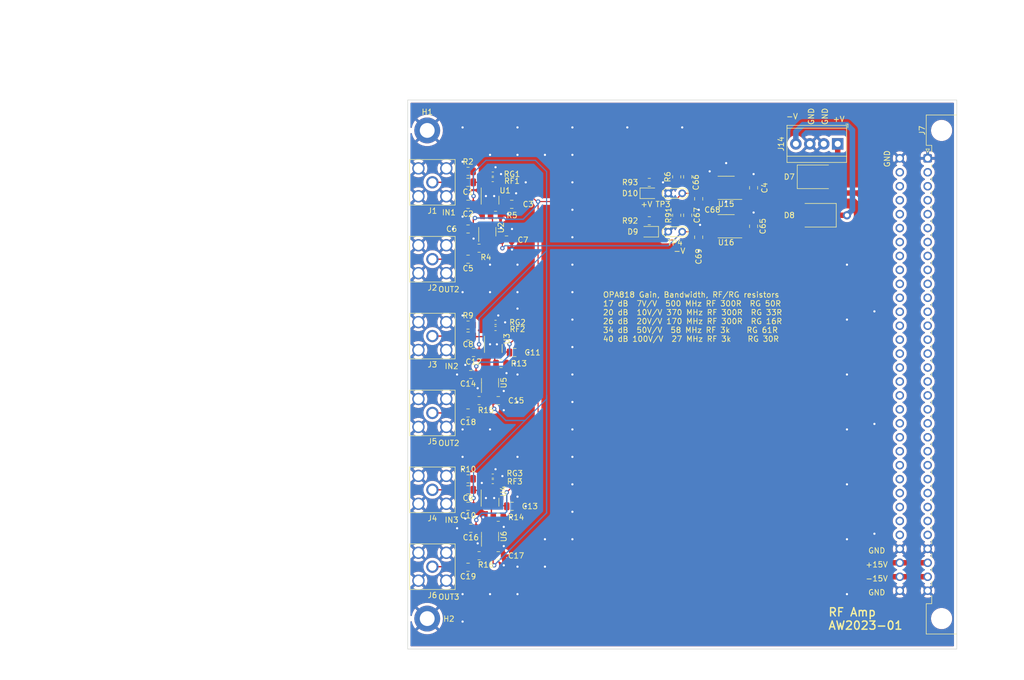
<source format=kicad_pcb>
(kicad_pcb (version 20241229) (generator "pcbnew") (generator_version "9.0")
  (title_block (title "Voltage Controlled Attenuator") (date "2022-11-27"))
  (layers (0 "F.Cu" signal) (2 "B.Cu" signal) (13 "F.Paste" user) (15 "B.Paste" user) (5 "F.SilkS" user "F.Silkscreen") (7 "B.SilkS" user "B.Silkscreen") (1 "F.Mask" user) (3 "B.Mask" user) (25 "Edge.Cuts" user))
  (net 0 "")
  (net 1 "Net-(C1-Pad2)")
  (net 2 "+2.5V")
  (net 3 "-2.5V")
  (net 4 "Net-(C5-Pad1)")
  (net 5 "Net-(R5-Pad1)")
  (net 6 "Net-(C66-Pad1)")
  (net 7 "Net-(C67-Pad2)")
  (net 8 "Net-(RG1-Pad2)")
  (net 9 "+15V")
  (net 10 "-15V")
  (net 11 "Net-(D9-Pad2)")
  (net 12 "Net-(D10-Pad1)")
  (net 13 "Net-(C1-Pad1)")
  (net 14 "Net-(C5-Pad2)")
  (net 15 "Net-(RF1-Pad2)")
  (net 16 "Net-(R4-Pad1)")
  (net 17 "GND")
  (net 77 "Net-(C8-Pad1)")
  (net 78 "Net-(C8-Pad2)")
  (net 79 "Net-(C9-Pad1)")
  (net 80 "Net-(C9-Pad2)")
  (net 81 "Net-(C18-Pad1)")
  (net 82 "Net-(C18-Pad2)")
  (net 83 "Net-(C19-Pad1)")
  (net 84 "Net-(C19-Pad2)")
  (net 85 "Net-(RF2-Pad1)")
  (net 86 "Net-(RF2-Pad2)")
  (net 87 "Net-(RF3-Pad1)")
  (net 88 "Net-(RF3-Pad2)")
  (net 89 "Net-(R13-Pad1)")
  (net 90 "Net-(R14-Pad1)")
  (net 91 "Net-(R15-Pad1)")
  (net 92 "Net-(R16-Pad1)")
  (net 97 "Net-(D7-Pad2)")
  (net 98 "Net-(D8-Pad1)")
  (footprint "Package_SO:MSOP-12-1EP_3x4mm_P0.65mm_EP1.65x2.85mm" (layer "F.Cu") (at 158 73 180)
    (property "Reference" "U16")
    (property "Value" "LT3094xMSE")
  )
  (footprint "Capacitor_SMD:C_0805_2012Metric" (layer "F.Cu") (at 111 107 180)
    (property "Reference" "C18")
    (property "Value" "100n")
  )
  (footprint "Capacitor_SMD:C_0805_2012Metric" (layer "F.Cu") (at 119.5 96)
    (property "Reference" "C11")
    (property "Value" "100n")
  )
  (footprint "Resistor_SMD:R_0805_2012Metric" (layer "F.Cu") (at 111 91 180)
    (property "Reference" "R9")
    (property "Value" "49R9")
  )
  (footprint "Capacitor_SMD:C_0805_2012Metric" (layer "F.Cu") (at 112 96 180)
    (property "Reference" "C12")
    (property "Value" "100n")
  )
  (footprint "Resistor_SMD:R_0805_2012Metric" (layer "F.Cu") (at 116.5 126)
    (property "Reference" "R14")
    (property "Value" "49R9")
  )
  (footprint "Resistor_SMD:R_0805_2012Metric" (layer "F.Cu") (at 113 77 180)
    (property "Reference" "R4")
    (property "Value" "49R9")
  )
  (footprint "Connector_Coaxial:SMA_Amphenol_132203-12_Horizontal" (layer "F.Cu") (at 104.5 93 90)
    (property "Reference" "J3")
    (property "Value" "Conn_Coaxial")
  )
  (footprint "Capacitor_SMD:C_0805_2012Metric" (layer "F.Cu") (at 111.5 100 180)
    (property "Reference" "C14")
    (property "Value" "100n")
  )
  (footprint "Package_SON:WSON-8-1EP_3x3mm_P0.5mm_EP1.45x2.4mm" (layer "F.Cu") (at 115 122.5 -90)
    (property "Reference" "U4")
    (property "Value" "OPA818xDRG")
  )
  (footprint "Capacitor_SMD:C_0805_2012Metric" (layer "F.Cu") (at 111 79 180)
    (property "Reference" "C5")
    (property "Value" "100n")
  )
  (footprint "Capacitor_SMD:C_0805_2012Metric" (layer "F.Cu") (at 111 124 180)
    (property "Reference" "C10")
    (property "Value" "100n")
  )
  (footprint "Capacitor_SMD:C_0805_2012Metric" (layer "F.Cu") (at 118.95 69)
    (property "Reference" "C3")
    (property "Value" "100n")
  )
  (footprint "LED_SMD:LED_0805_2012Metric" (layer "F.Cu") (at 144 74 180)
    (property "Reference" "D9")
    (property "Value" "LED")
  )
  (footprint "Connector_Coaxial:SMA_Amphenol_132203-12_Horizontal" (layer "F.Cu") (at 104.5 107 90)
    (property "Reference" "J5")
    (property "Value" "Conn_Coaxial")
  )
  (footprint "Resistor_SMD:R_0402_1005Metric" (layer "F.Cu") (at 115.5 119.5)
    (property "Reference" "RF3")
    (property "Value" "300R")
  )
  (footprint "Resistor_SMD:R_0805_2012Metric" (layer "F.Cu") (at 117 98)
    (property "Reference" "R13")
    (property "Value" "49R9")
  )
  (footprint "Capacitor_SMD:C_0805_2012Metric" (layer "F.Cu") (at 111 65)
    (property "Reference" "C1")
    (property "Value" "100n")
  )
  (footprint "Capacitor_SMD:C_0805_2012Metric" (layer "F.Cu") (at 153 75 90)
    (property "Reference" "C69")
    (property "Value" "4u7")
  )
  (footprint "Capacitor_SMD:C_0805_2012Metric" (layer "F.Cu") (at 111 121)
    (property "Reference" "C9")
    (property "Value" "100n")
  )
  (footprint "Resistor_SMD:R_0402_1005Metric" (layer "F.Cu") (at 115.5 118.5 180)
    (property "Reference" "RG3")
    (property "Value" "33R")
  )
  (footprint "Capacitor_SMD:C_0805_2012Metric" (layer "F.Cu") (at 151 64 90)
    (property "Reference" "C66")
    (property "Value" "470n")
  )
  (footprint "Resistor_SMD:R_0402_1005Metric" (layer "F.Cu") (at 115.5 63.5 180)
    (property "Reference" "RG1")
    (property "Value" "33R")
  )
  (footprint "Diode_SMD:D_SMB" (layer "F.Cu") (at 174.5 64)
    (property "Reference" "D7")
    (property "Value" "D")
  )
  (footprint "Diode_SMD:D_SMB" (layer "F.Cu") (at 174.5 71 180)
    (property "Reference" "D8")
    (property "Value" "D")
  )
  (footprint "Resistor_SMD:R_0805_2012Metric" (layer "F.Cu") (at 116 71)
    (property "Reference" "R5")
    (property "Value" "49R9")
  )
  (footprint "Connector_DIN:DIN41612_C_2x32_Male_Horizontal_THT" (layer "F.Cu") (at 194.7 60.63 -90)
    (property "Reference" "J7")
    (property "Value" "DIN41612_02x32_AC")
  )
  (footprint "TerminalBlock_TE-Connectivity:TerminalBlock_TE_282834-4_1x04_P2.54mm_Horizontal" (layer "F.Cu") (at 178.315 58 180)
    (property "Reference" "J14")
    (property "Value" "Conn_01x04")
  )
  (footprint "Capacitor_SMD:C_0805_2012Metric" (layer "F.Cu") (at 111 73.5 180)
    (property "Reference" "C6")
    (property "Value" "100n")
  )
  (footprint "Connector_Coaxial:SMA_Amphenol_132203-12_Horizontal" (layer "F.Cu") (at 104.5 135 90)
    (property "Reference" "J6")
    (property "Value" "Conn_Coaxial")
  )
  (footprint "Connector_Coaxial:SMA_Amphenol_132203-12_Horizontal" (layer "F.Cu") (at 104.5 65 90)
    (property "Reference" "J1")
    (property "Value" "Conn_Coaxial")
  )
  (footprint "Capacitor_SMD:C_0805_2012Metric" (layer "F.Cu") (at 119 124)
    (property "Reference" "C13")
    (property "Value" "100n")
  )
  (footprint "Capacitor_SMD:C_0805_2012Metric" (layer "F.Cu") (at 111.5 128 180)
    (property "Reference" "C16")
    (property "Value" "100n")
  )
  (footprint "Resistor_SMD:R_0805_2012Metric" (layer "F.Cu") (at 113 133 180)
    (property "Reference" "R16")
    (property "Value" "49R9")
  )
  (footprint "Capacitor_SMD:C_0805_2012Metric" (layer "F.Cu") (at 163 66 90)
    (property "Reference" "C4")
    (property "Value" "4u7")
  )
  (footprint "TestPoint:TestPoint_2Pads_Pitch2.54mm_Drill0.8mm" (layer "F.Cu") (at 150 74 180)
    (property "Reference" "TP4")
    (property "Value" "TestPoint_2Pole")
  )
  (footprint "Capacitor_SMD:C_0805_2012Metric" (layer "F.Cu") (at 111 69 180)
    (property "Reference" "C2")
    (property "Value" "100n")
  )
  (footprint "Capacitor_SMD:C_0805_2012Metric" (layer "F.Cu") (at 151 71 -90)
    (property "Reference" "C67")
    (property "Value" "470n")
  )
  (footprint "Package_TO_SOT_SMD:SOT-23-5" (layer "F.Cu") (at 115 129.5 90)
    (property "Reference" "U6")
    (property "Value" "BUF602xDBV")
  )
  (footprint "Connector_Coaxial:SMA_Amphenol_132203-12_Horizontal" (layer "F.Cu") (at 104.5 121 90)
    (property "Reference" "J4")
    (property "Value" "Conn_Coaxial")
  )
  (footprint "Resistor_SMD:R_0402_1005Metric" (layer "F.Cu") (at 115.49 64.5)
    (property "Reference" "RF1")
    (property "Value" "300R")
  )
  (footprint "Package_TO_SOT_SMD:SOT-23-5" (layer "F.Cu") (at 115 101.5 90)
    (property "Reference" "U5")
    (property "Value" "BUF602xDBV")
  )
  (footprint "LED_SMD:LED_0805_2012Metric" (layer "F.Cu") (at 144 67)
    (property "Reference" "D10")
    (property "Value" "LED")
  )
  (footprint "Resistor_SMD:R_0805_2012Metric" (layer "F.Cu") (at 144 72 180)
    (property "Reference" "R92")
    (property "Value" "300R")
  )
  (footprint "Resistor_SMD:R_0805_2012Metric" (layer "F.Cu") (at 111 63 180)
    (property "Reference" "R2")
    (property "Value" "49R9")
  )
  (footprint "Resistor_SMD:R_0805_2012Metric" (layer "F.Cu") (at 144 65)
    (property "Reference" "R93")
    (property "Value" "300R")
  )
  (footprint "Connector_Coaxial:SMA_Amphenol_132203-12_Horizontal" (layer "F.Cu") (at 104.5 79 90)
    (property "Reference" "J2")
    (property "Value" "Conn_Coaxial")
  )
  (footprint "Capacitor_SMD:C_0805_2012Metric" (layer "F.Cu") (at 163 73 -90)
    (property "Reference" "C65")
    (property "Value" "4u7")
  )
  (footprint "Capacitor_SMD:C_0805_2012Metric" (layer "F.Cu") (at 111 93)
    (property "Reference" "C8")
    (property "Value" "100n")
  )
  (footprint "MountingHole:MountingHole_2.7mm_M2.5_DIN965_Pad" (layer "F.Cu") (at 103.56 55.55)
    (property "Reference" "H1")
    (property "Value" "MountingHole_Pad")
  )
  (footprint "Resistor_SMD:R_0805_2012Metric" (layer "F.Cu") (at 149 71 -90)
    (property "Reference" "R91")
    (property "Value" "55k")
  )
  (footprint "Resistor_SMD:R_0402_1005Metric" (layer "F.Cu") (at 116 90.5 180)
    (property "Reference" "RG2")
    (property "Value" "33R")
  )
  (footprint "Capacitor_SMD:C_0805_2012Metric" (layer "F.Cu") (at 116.5 133)
    (property "Reference" "C17")
    (property "Value" "100n")
  )
  (footprint "Package_SON:WSON-8-1EP_3x3mm_P0.5mm_EP1.45x2.4mm" (layer "F.Cu") (at 115.6 94.5 -90)
    (property "Reference" "U3")
    (property "Value" "OPA818xDRG")
  )
  (footprint "Resistor_SMD:R_0805_2012Metric" (layer "F.Cu") (at 113 104.75 180)
    (property "Reference" "R15")
    (property "Value" "49R9")
  )
  (footprint "Resistor_SMD:R_0805_2012Metric" (layer "F.Cu") (at 149 64 90)
    (property "Reference" "R6")
    (property "Value" "55k")
  )
  (footprint "Package_SO:MSOP-12-1EP_3x4mm_P0.65mm_EP1.65x2.85mm" (layer "F.Cu") (at 158 66 180)
    (property "Reference" "U15")
    (property "Value" "LT3045xMSE")
  )
  (footprint "Capacitor_SMD:C_0805_2012Metric" (layer "F.Cu") (at 111 135.1 180)
    (property "Reference" "C19")
    (property "Value" "100n")
  )
  (footprint "Resistor_SMD:R_0402_1005Metric" (layer "F.Cu") (at 116 91.62)
    (property "Reference" "RF2")
    (property "Value" "300R")
  )
  (footprint "Capacitor_SMD:C_0805_2012Metric" (layer "F.Cu") (at 118 75.5)
    (property "Reference" "C7")
    (property "Value" "100n")
  )
  (footprint "MountingHole:MountingHole_2.7mm_M2.5_DIN965_Pad" (layer "F.Cu") (at 103.56 144.45)
    (property "Reference" "H2")
    (property "Value" "MountingHole_Pad")
  )
  (footprint "TestPoint:TestPoint_2Pads_Pitch2.54mm_Drill0.8mm" (layer "F.Cu") (at 150 67 180)
    (property "Reference" "TP3")
    (property "Value" "TestPoint_2Pole")
  )
  (footprint "Capacitor_SMD:C_0805_2012Metric" (layer "F.Cu") (at 153 68 -90)
    (property "Reference" "C68")
    (property "Value" "4u7")
  )
  (footprint "Resistor_SMD:R_0805_2012Metric" (layer "F.Cu") (at 111 119 180)
    (property "Reference" "R10")
    (property "Value" "49R9")
  )
  (footprint "Package_SON:WSON-8-1EP_3x3mm_P0.5mm_EP1.45x2.4mm" (layer "F.Cu") (at 115 67.5 -90)
    (property "Reference" "U1")
    (property "Value" "OPA818xDRG")
  )
  (footprint "Package_TO_SOT_SMD:SOT-23-5" (layer "F.Cu") (at 114.5 74 90)
    (property "Reference" "U2")
    (property "Value" "BUF602xDBV")
  )
  (footprint "Capacitor_SMD:C_0805_2012Metric" (layer "F.Cu") (at 116.5 104.75)
    (property "Reference" "C15")
    (property "Value" "100n")
  )
  (gr_rect (start 100 50) (end 200 150) (stroke (width 0.1)) (fill no) (layer "Edge.Cuts"))
  (gr_text "IN2" (at 108 98.5 0) (layer "F.SilkS") (effects (font (size 1 1))))
  (gr_text "-15V" (at 185.42 137.16 0) (layer "F.SilkS") (effects (font (size 1 1))))
  (gr_text "-V" (at 149.5 77.5 0) (layer "F.SilkS") (effects (font (size 1 1))))
  (gr_text "+15V" (at 185.42 134.62 0) (layer "F.SilkS") (effects (font (size 1 1))))
  (gr_text "+V" (at 178.5 53.5 0) (layer "F.SilkS") (effects (font (size 1 1))))
  (gr_text "GND" (at 176 53 90) (layer "F.SilkS") (effects (font (size 1 1))))
  (gr_text "IN1" (at 107.5 70.5 0) (layer "F.SilkS") (effects (font (size 1 1))))
  (gr_text "-V" (at 170 53 0) (layer "F.SilkS") (effects (font (size 1 1))))
  (gr_text "OPA818 Gain, Bandwidth, RF/RG resistors\n17 dB  7V/V  500 MHz RF 300R  RG 50R\n20 dB  10V/V 370 MHz RF 300R  RG 33R\n26 dB  20V/V 170 MHz RF 300R  RG 16R\n34 dB  50V/V  58 MHz RF 3k    RG 61R\n40 dB 100V/V  27 MHz RF 3k    RG 30R" (at 135.5 89.5 0) (layer "F.SilkS") (effects (font (size 1 1)) (justify left)))
  (gr_text "IN3" (at 108 126.5 0) (layer "F.SilkS") (effects (font (size 1 1))))
  (gr_text "+V" (at 143.5 69 0) (layer "F.SilkS") (effects (font (size 1 1))))
  (gr_text "GND" (at 185.42 132.08 0) (layer "F.SilkS") (effects (font (size 1 1))))
  (gr_text "GND" (at 173.5 53 90) (layer "F.SilkS") (effects (font (size 1 1))))
  (gr_text "RF Amp\nAW2023-01" (at 176.5 144.5 0) (layer "F.SilkS") (effects (font (size 1.5 1.5) (thickness 0.25)) (justify left)))
  (gr_text "OUT2" (at 107.5 112.5 0) (layer "F.SilkS") (effects (font (size 1 1))))
  (gr_text "GND" (at 185.42 139.7 0) (layer "F.SilkS") (effects (font (size 1 1))))
  (gr_text "OUT2" (at 107.5 84.5 0) (layer "F.SilkS") (effects (font (size 1 1))))
  (gr_text "OUT3" (at 107.5 140.5 0) (layer "F.SilkS") (effects (font (size 1 1))))
  (gr_text "GND" (at 187.325 60.71 90) (layer "F.SilkS") (effects (font (size 1 1))))
  (segment (start 113.75 65) (end 111.95 65) (width 0.25) (layer "F.Cu") (net 1))
  (segment (start 111.95 65) (end 111.95 63.0375) (width 0.25) (layer "F.Cu") (net 1))
  (segment (start 111.95 63.0375) (end 111.9125 63) (width 0.25) (layer "F.Cu") (net 1))
  (segment (start 114.25 66.1) (end 114.25 65.5) (width 0.25) (layer "F.Cu") (net 1))
  (segment (start 114.25 65.5) (end 113.75 65) (width 0.25) (layer "F.Cu") (net 1))
  (segment (start 152.95 67) (end 150 67) (width 0.2) (layer "F.Cu") (net 2))
  (segment (start 118.7 66.3) (end 118 67) (width 0.2) (layer "F.Cu") (net 2))
  (segment (start 112.45 126.55) (end 112.5 126.5) (width 0.25) (layer "F.Cu") (net 2))
  (segment (start 153.725 66.325) (end 153 67.05) (width 0.2) (layer "F.Cu") (net 2))
  (segment (start 118.05 121.45) (end 118.05 124) (width 0.2) (layer "F.Cu") (net 2))
  (segment (start 116.35 95.9) (end 118.45 95.9) (width 0.25) (layer "F.Cu") (net 2))
  (segment (start 113.55 72.8625) (end 112.5875 72.8625) (width 0.25) (layer "F.Cu") (net 2))
  (segment (start 112.45 98.55) (end 112.5 98.5) (width 0.25) (layer "F.Cu") (net 2))
  (segment (start 153.075 66.975) (end 153 67.05) (width 0.2) (layer "F.Cu") (net 2))
  (segment (start 111.95 71.8) (end 112.25 71.5) (width 0.25) (layer "F.Cu") (net 2))
  (segment (start 155.85 66.975) (end 153.075 66.975) (width 0.2) (layer "F.Cu") (net 2))
  (segment (start 123.5 68.5) (end 121.3 66.3) (width 0.2) (layer "F.Cu") (net 2))
  (segment (start 121.3 66.3) (end 118.7 66.3) (width 0.2) (layer "F.Cu") (net 2))
  (segment (start 112.5875 72.8625) (end 111.95 73.5) (width 0.25) (layer "F.Cu") (net 2))
  (segment (start 148.5 68.5) (end 146.4375 68.5) (width 0.2) (layer "F.Cu") (net 2))
  (segment (start 123.75 115.75) (end 118.05 121.45) (width 0.2) (layer "F.Cu") (net 2))
  (segment (start 146.4375 68.5) (end 144.9375 67) (width 0.2) (layer "F.Cu") (net 2))
  (segment (start 153.575 67.625) (end 153 67.05) (width 0.2) (layer "F.Cu") (net 2))
  (segment (start 118.55 94.45) (end 118.55 96) (width 0.2) (layer "F.Cu") (net 2))
  (segment (start 112.8125 128.3625) (end 112.45 128) (width 0.25) (layer "F.Cu") (net 2))
  (segment (start 115.75 68.9) (end 117.9 68.9) (width 0.25) (layer "F.Cu") (net 2))
  (segment (start 112.8125 100.3625) (end 112.45 100) (width 0.25) (layer "F.Cu") (net 2))
  (segment (start 112.45 100) (end 112.45 98.55) (width 0.25) (layer "F.Cu") (net 2))
  (segment (start 123.75 89.25) (end 123.75 115.75) (width 0.2) (layer "F.Cu") (net 2))
  (segment (start 115.75 123.9) (end 117.95 123.9) (width 0.25) (layer "F.Cu") (net 2))
  (segment (start 112.45 128) (end 112.45 126.55) (width 0.25) (layer "F.Cu") (net 2))
  (segment (start 150 67) (end 148.5 68.5) (width 0.2) (layer "F.Cu") (net 2))
  (segment (start 114.05 100.3625) (end 112.8125 100.3625) (width 0.25) (layer "F.Cu") (net 2))
  (segment (start 123.75 89.25) (end 118.55 94.45) (width 0.2) (layer "F.Cu") (net 2))
  (segment (start 153 67.05) (end 152.95 67) (width 0.2) (layer "F.Cu") (net 2))
  (segment (start 114.05 128.3625) (end 112.8125 128.3625) (width 0.25) (layer "F.Cu") (net 2))
  (segment (start 117.95 123.9) (end 118.05 124) (width 0.25) (layer "F.Cu") (net 2))
  (segment (start 155.85 66.325) (end 153.725 66.325) (width 0.2) (layer "F.Cu") (net 2))
  (segment (start 123.75 68.5) (end 123.5 68.5) (width 0.2) (layer "F.Cu") (net 2))
  (segment (start 118.45 95.9) (end 118.55 96) (width 0.25) (layer "F.Cu") (net 2))
  (segment (start 111.95 73.5) (end 111.95 71.8) (width 0.25) (layer "F.Cu") (net 2))
  (segment (start 144.9375 67.5625) (end 144 68.5) (width 0.2) (layer "F.Cu") (net 2))
  (segment (start 123.75 68.5) (end 123.75 89.25) (width 0.2) (layer "F.Cu") (net 2))
  (segment (start 117.9 68.9) (end 118 69) (width 0.25) (layer "F.Cu") (net 2))
  (segment (start 144 68.5) (end 123.75 68.5) (width 0.2) (layer "F.Cu") (net 2))
  (segment (start 118 67) (end 118 69) (width 0.2) (layer "F.Cu") (net 2))
  (segment (start 144.9375 67) (end 144.9375 67.5625) (width 0.2) (layer "F.Cu") (net 2))
  (segment (start 155.85 67.625) (end 153.575 67.625) (width 0.2) (layer "F.Cu") (net 2))
  (via (at 118.55 94.45) (size 0.8) (drill 0.4) (layers "F.Cu" "B.Cu") (net 2))
  (via (at 112.25 71.5) (size 0.8) (drill 0.4) (layers "F.Cu" "B.Cu") (net 2))
  (via (at 112.5 126.5) (size 0.8) (drill 0.4) (layers "F.Cu" "B.Cu") (net 2))
  (via (at 118.05 121.45) (size 0.8) (drill 0.4) (layers "F.Cu" "B.Cu") (net 2))
  (via (at 123.75 68.5) (size 0.8) (drill 0.4) (layers "F.Cu" "B.Cu") (net 2))
  (via (at 112.5 98.5) (size 0.8) (drill 0.4) (layers "F.Cu" "B.Cu") (net 2))
  (segment (start 112.5 126.224695) (end 113.474695 125.25) (width 0.25) (layer "B.Cu") (net 2))
  (segment (start 112.5 126.5) (end 112.5 126.224695) (width 0.25) (layer "B.Cu") (net 2))
  (segment (start 117.575305 71.5) (end 117.800305 71.725) (width 0.25) (layer "B.Cu") (net 2))
  (segment (start 123.75 69) (end 123.75 68.5) (width 0.25) (layer "B.Cu") (net 2))
  (segment (start 121.025 71.725) (end 123.75 69) (width 0.25) (layer "B.Cu") (net 2))
  (segment (start 117.800305 71.725) (end 121.025 71.725) (width 0.25) (layer "B.Cu") (net 2))
  (segment (start 112.25 71.5) (end 117.575305 71.5) (width 0.25) (layer "B.Cu") (net 2))
  (segment (start 113.25 97.75) (end 117.25 97.75) (width 0.25) (layer "B.Cu") (net 2))
  (segment (start 117.25 97.75) (end 118.55 96.45) (width 0.25) (layer "B.Cu") (net 2))
  (segment (start 118.55 96.45) (end 118.55 94.45) (width 0.25) (layer "B.Cu") (net 2))
  (segment (start 118.05 124.95) (end 118.05 121.45) (width 0.25) (layer "B.Cu") (net 2))
  (segment (start 112.5 98.5) (end 113.25 97.75) (width 0.25) (layer "B.Cu") (net 2))
  (segment (start 113.474695 125.25) (end 117.75 125.25) (width 0.25) (layer "B.Cu") (net 2))
  (segment (start 117.75 125.25) (end 118.05 124.95) (width 0.25) (layer "B.Cu") (net 2))
  (segment (start 153.725 73.325) (end 153 74.05) (width 0.2) (layer "F.Cu") (net 3))
  (segment (start 115.103249 76.125) (end 116.425 76.125) (width 0.25) (layer "F.Cu") (net 3))
  (segment (start 115.55 104.75) (end 115.55 106.05) (width 0.25) (layer "F.Cu") (net 3))
  (segment (start 111.95 69) (end 111.95 67.55) (width 0.25) (layer "F.Cu") (net 3))
  (segment (start 113 94.5) (end 113 95.95) (width 0.2) (layer "F.Cu") (net 3))
  (segment (start 115.55 133) (end 115.55 134.55) (width 0.25) (layer "F.Cu") (net 3))
  (segment (start 152.95 74) (end 150 74) (width 0.2) (layer "F.Cu") (net 3))
  (segment (start 112.05 123.9) (end 111.95 124) (width 0.25) (layer "F.Cu") (net 3))
  (segment (start 114.25 123.9) (end 112.05 123.9) (width 0.25) (layer "F.Cu") (net 3))
  (segment (start 115.55 106.05) (end 115.75 106.25) (width 0.25) (layer "F.Cu") (net 3))
  (segment (start 155.85 73.975) (end 153.075 73.975) (width 0.2) (layer "F.Cu") (net 3))
  (segment (start 114.5 75.1375) (end 114.5 75.521751) (width 0.25) (layer "F.Cu") (net 3))
  (segment (start 117.25 77) (end 117.25 75.7) (width 0.2) (layer "F.Cu") (net 3))
  (segment (start 114.25 68.9) (end 112.05 68.9) (width 0.25) (layer "F.Cu") (net 3))
  (segment (start 111.95 67.55) (end 112 67.5) (width 0.25) (layer "F.Cu") (net 3))
  (segment (start 115.55 134.55) (end 115.75 134.75) (width 0.25) (layer "F.Cu") (net 3))
  (segment (start 112.05 68.9) (end 111.95 69) (width 0.25) (layer "F.Cu") (net 3))
  (segment (start 115 103.25) (end 115.55 103.8) (width 0.25) (layer "F.Cu") (net 3))
  (segment (start 153.075 73.975) (end 153 74.05) (width 0.2) (layer "F.Cu") (net 3))
  (segment (start 148.5 75.5) (end 146.4375 75.5) (width 0.2) (layer "F.Cu") (net 3))
  (segment (start 113 95.95) (end 112.95 96) (width 0.2) (layer "F.Cu") (net 3))
  (segment (start 115 102.6375) (end 115 103.25) (width 0.25) (layer "F.Cu") (net 3))
  (segment (start 150 74) (end 148.5 75.5) (width 0.2) (layer "F.Cu") (net 3))
  (segment (start 112 123.95) (end 111.95 124) (width 0.2) (layer "F.Cu") (net 3))
  (segment (start 115 131.25) (end 115.55 131.8) (width 0.25) (layer "F.Cu") (net 3))
  (segment (start 153 74.05) (end 152.95 74) (width 0.2) (layer "F.Cu") (net 3))
  (segment (start 155.85 74.625) (end 153.575 74.625) (width 0.2) (layer "F.Cu") (net 3))
  (segment (start 116.425 76.125) (end 117.05 75.5) (width 0.25) (layer "F.Cu") (net 3))
  (segment (start 113.05 95.9) (end 112.95 96) (width 0.25) (layer "F.Cu") (net 3))
  (segment (start 115.55 131.8) (end 115.55 133) (width 0.25) (layer "F.Cu") (net 3))
  (segment (start 117.25 75.7) (end 117.05 75.5) (width 0.2) (layer "F.Cu") (net 3))
  (segment (start 146.4375 75.5) (end 144.9375 74) (width 0.2) (layer "F.Cu") (net 3))
  (segment (start 115 130.6375) (end 115 131.25) (width 0.25) (layer "F.Cu") (net 3))
  (segment (start 115.55 103.8) (end 115.55 104.75) (width 0.25) (layer "F.Cu") (net 3))
  (segment (start 112 122.5) (end 112 123.95) (width 0.2) (layer "F.Cu") (net 3))
  (segment (start 114.5 75.521751) (end 115.103249 76.125) (width 0.25) (layer "F.Cu") (net 3))
  (segment (start 155.85 73.325) (end 153.725 73.325) (width 0.2) (layer "F.Cu") (net 3))
  (segment (start 153.575 74.625) (end 153 74.05) (width 0.2) (layer "F.Cu") (net 3))
  (segment (start 114.85 95.9) (end 113.05 95.9) (width 0.25) (layer "F.Cu") (net 3))
  (via (at 112 67.5) (size 0.8) (drill 0.4) (layers "F.Cu" "B.Cu") (net 3))
  (via (at 112 122.5) (size 0.8) (drill 0.4) (layers "F.Cu" "B.Cu") (net 3))
  (via (at 115.75 106.25) (size 0.8) (drill 0.4) (layers "F.Cu" "B.Cu") (net 3))
  (via (at 113 94.5) (size 0.8) (drill 0.4) (layers "F.Cu" "B.Cu") (net 3))
  (via (at 117.25 77) (size 0.8) (drill 0.4) (layers "F.Cu" "B.Cu") (net 3))
  (via (at 115.75 134.75) (size 0.8) (drill 0.4) (layers "F.Cu" "B.Cu") (net 3))
  (segment (start 125.3 77.45) (end 125.3 103.8) (width 0.2) (layer "B.Cu") (net 3))
  (segment (start 125.3 103.8) (end 125.3 104.45) (width 0.2) (layer "B.Cu") (net 3))
  (segment (start 112 117.75) (end 112 122.5) (width 0.2) (layer "B.Cu") (net 3))
  (segment (start 125.3 63.05) (end 124.25 62) (width 0.2) (layer "B.Cu") (net 3))
  (segment (start 125.3 104.45) (end 121.375 108.375) (width 0.2) (layer "B.Cu") (net 3))
  (segment (start 115.75 106.25) (end 117.875 108.375) (width 0.25) (layer "B.Cu") (net 3))
  (segment (start 117.875 108.375) (end 121.375 108.375) (width 0.25) (layer "B.Cu") (net 3))
  (segment (start 125.3 125.2) (end 125.3 103.8) (width 0.25) (layer "B.Cu") (net 3))
  (segment (start 123.25 61) (end 114.25 61) (width 0.2) (layer "B.Cu") (net 3))
  (segment (start 117.7 76.55) (end 117.25 77) (width 0.2) (layer "B.Cu") (net 3))
  (segment (start 112 63.25) (end 112 67.5) (width 0.2) (layer "B.Cu") (net 3))
  (segment (start 147.45 76.55) (end 125.3 76.55) (width 0.2) (layer "B.Cu") (net 3))
  (segment (start 125.3 76.55) (end 125.3 77.45) (width 0.2) (layer "B.Cu") (net 3))
  (segment (start 115 87.75) (end 113 89.75) (width 0.2) (layer "B.Cu") (net 3))
  (segment (start 114.25 61) (end 112 63.25) (width 0.2) (layer "B.Cu") (net 3))
  (segment (start 125.3 76.55) (end 125.3 63.05) (width 0.2) (layer "B.Cu") (net 3))
  (segment (start 121.375 108.375) (end 112.25 117.5) (width 0.2) (layer "B.Cu") (net 3))
  (segment (start 113 89.75) (end 113 94.5) (width 0.2) (layer "B.Cu") (net 3))
  (segment (start 115.75 134.75) (end 125.3 125.2) (width 0.25) (layer "B.Cu") (net 3))
  (segment (start 125.3 76.55) (end 117.7 76.55) (width 0.2) (layer "B.Cu") (net 3))
  (segment (start 150 74) (end 147.45 76.55) (width 0.2) (layer "B.Cu") (net 3))
  (segment (start 125.3 77.45) (end 115 87.75) (width 0.2) (layer "B.Cu") (net 3))
  (segment (start 112.25 117.5) (end 112 117.75) (width 0.2) (layer "B.Cu") (net 3))
  (segment (start 124.25 62) (end 123.25 61) (width 0.2) (layer "B.Cu") (net 3))
  (segment (start 112.0875 77) (end 112.0875 78.8625) (width 0.25) (layer "F.Cu") (net 4))
  (segment (start 112.0875 78.8625) (end 111.95 79) (width 0.25) (layer "F.Cu") (net 4))
  (segment (start 115.25 70.8375) (end 115.0875 71) (width 0.25) (layer "F.Cu") (net 5))
  (segment (start 115.25 68.9) (end 115.25 70.8375) (width 0.25) (layer "F.Cu") (net 5))
  (segment (start 115.45 72.8625) (end 115.45 71.3625) (width 0.25) (layer "F.Cu") (net 5))
  (segment (start 115.45 71.3625) (end 115.0875 71) (width 0.25) (layer "F.Cu") (net 5))
  (segment (start 155.85 65.025) (end 151.075 65.025) (width 0.25) (layer "F.Cu") (net 6))
  (segment (start 151.075 65.025) (end 151 64.95) (width 0.25) (layer "F.Cu") (net 6))
  (segment (start 149.0375 64.95) (end 149 64.9125) (width 0.25) (layer "F.Cu") (net 6))
  (segment (start 151 64.95) (end 149.0375 64.95) (width 0.25) (layer "F.Cu") (net 6))
  (segment (start 151.075 72.025) (end 151 71.95) (width 0.25) (layer "F.Cu") (net 7))
  (segment (start 149.0375 71.95) (end 149 71.9125) (width 0.25) (layer "F.Cu") (net 7))
  (segment (start 155.85 72.025) (end 151.075 72.025) (width 0.25) (layer "F.Cu") (net 7))
  (segment (start 151 71.95) (end 149.0375 71.95) (width 0.25) (layer "F.Cu") (net 7))
  (segment (start 114.75 66.1) (end 114.75 64.73) (width 0.25) (layer "F.Cu") (net 8))
  (segment (start 114.98 63.51) (end 114.99 63.5) (width 0.25) (layer "F.Cu") (net 8))
  (segment (start 114.98 64.5) (end 114.98 63.51) (width 0.25) (layer "F.Cu") (net 8))
  (segment (start 114.75 64.73) (end 114.98 64.5) (width 0.25) (layer "F.Cu") (net 8))
  (segment (start 172.05 66.95) (end 163 66.95) (width 1) (layer "F.Cu") (net 9))
  (segment (start 160.15 66.975) (end 162.975 66.975) (width 0.25) (layer "F.Cu") (net 9))
  (segment (start 160.15 65.675) (end 161.325 65.675) (width 0.25) (layer "F.Cu") (net 9))
  (segment (start 172.05 66.95) (end 172.35 66.65) (width 1) (layer "F.Cu") (net 9))
  (segment (start 155.85 64.375) (end 155.85 64.15) (width 0.25) (layer "F.Cu") (net 9))
  (segment (start 194.7 134.29) (end 189.62 134.29) (width 1) (layer "F.Cu") (net 9))
  (segment (start 187 133) (end 187 82.5) (width 1) (layer "F.Cu") (net 9))
  (segment (start 188.29 134.29) (end 187 133) (width 1) (layer "F.Cu") (net 9))
  (segment (start 172.35 66.65) (end 172.35 64) (width 1) (layer "F.Cu") (net 9))
  (segment (start 161.5 63.5) (end 161.5 65.5) (width 0.25) (layer "F.Cu") (net 9))
  (segment (start 162.975 66.975) (end 163 66.95) (width 0.25) (layer "F.Cu") (net 9))
  (segment (start 162.325 67.625) (end 163 66.95) (width 0.25) (layer "F.Cu") (net 9))
  (segment (start 161.725 65.675) (end 163 66.95) (width 0.25) (layer "F.Cu") (net 9))
  (segment (start 160.15 67.625) (end 162.325 67.625) (width 0.25) (layer "F.Cu") (net 9))
  (segment (start 161.325 65.675) (end 161.725 65.675) (width 0.25) (layer "F.Cu") (net 9))
  (segment (start 162.375 66.325) (end 163 66.95) (width 0.25) (layer "F.Cu") (net 9))
  (segment (start 187 72) (end 181.95 66.95) (width 1) (layer "F.Cu") (net 9))
  (segment (start 189.62 134.29) (end 188.29 134.29) (width 1) (layer "F.Cu") (net 9))
  (segment (start 155.85 64.15) (end 156.5 63.5) (width 0.25) (layer "F.Cu") (net 9))
  (segment (start 156.5 63.5) (end 161.5 63.5) (width 0.25) (layer "F.Cu") (net 9))
  (segment (start 160.15 66.325) (end 162.375 66.325) (width 0.25) (layer "F.Cu") (net 9))
  (segment (start 161.5 65.5) (end 161.325 65.675) (width 0.25) (layer "F.Cu") (net 9))
  (segment (start 181.95 66.95) (end 172.05 66.95) (width 1) (layer "F.Cu") (net 9))
  (segment (start 187 82.5) (end 187 72) (width 1) (layer "F.Cu") (net 9))
  (segment (start 182.5 77) (end 179.45 73.95) (width 1) (layer "F.Cu") (net 10))
  (segment (start 162.375 73.325) (end 163 73.95) (width 0.25) (layer "F.Cu") (net 10))
  (segment (start 162.975 73.975) (end 163 73.95) (width 0.25) (layer "F.Cu") (net 10))
  (segment (start 172.45 73.95) (end 163 73.95) (width 1) (layer "F.Cu") (net 10))
  (segment (start 161.325 73.325) (end 162.375 73.325) (width 0.25) (layer "F.Cu") (net 10))
  (segment (start 172.35 73.85) (end 172.35 71) (width 1) (layer "F.Cu") (net 10))
  (segment (start 160.15 73.975) (end 162.975 73.975) (width 0.25) (layer "F.Cu") (net 10))
  (segment (start 161.5 73.15) (end 161.325 73.325) (width 0.25) (layer "F.Cu") (net 10))
  (segment (start 182.5 135) (end 182.5 77) (width 1) (layer "F.Cu") (net 10))
  (segment (start 189.62 136.83) (end 184.33 136.83) (width 1) (layer "F.Cu") (net 10))
  (segment (start 162.325 74.625) (end 163 73.95) (width 0.25) (layer "F.Cu") (net 10))
  (segment (start 172.45 73.95) (end 172.35 73.85) (width 1) (layer "F.Cu") (net 10))
  (segment (start 194.7 136.83) (end 189.62 136.83) (width 1) (layer "F.Cu") (net 10))
  (segment (start 179.45 73.95) (end 172.45 73.95) (width 1) (layer "F.Cu") (net 10))
  (segment (start 160.15 72.025) (end 161.475 72.025) (width 0.25) (layer "F.Cu") (net 10))
  (segment (start 161.475 72.025) (end 161.5 72) (width 0.25) (layer "F.Cu") (net 10))
  (segment (start 161.5 72) (end 161.5 73.15) (width 0.25) (layer "F.Cu") (net 10))
  (segment (start 160.15 73.325) (end 158.325 73.325) (width 0.25) (layer "F.Cu") (net 10))
  (segment (start 184.33 136.83) (end 182.5 135) (width 1) (layer "F.Cu") (net 10))
  (segment (start 158.325 73.325) (end 158 73) (width 0.25) (layer "F.Cu") (net 10))
  (segment (start 160.15 73.325) (end 161.325 73.325) (width 0.25) (layer "F.Cu") (net 10))
  (segment (start 160.15 74.625) (end 162.325 74.625) (width 0.25) (layer "F.Cu") (net 10))
  (segment (start 143.0625 72.025) (end 143.0875 72) (width 0.25) (layer "F.Cu") (net 11))
  (segment (start 143.0625 74) (end 143.0625 72.025) (width 0.25) (layer "F.Cu") (net 11))
  (segment (start 143.0625 67) (end 143.0625 65.025) (width 0.25) (layer "F.Cu") (net 12))
  (segment (start 143.0625 65.025) (end 143.0875 65) (width 0.25) (layer "F.Cu") (net 12))
  (segment (start 104.5 65) (end 110.05 65) (width 0.25) (layer "F.Cu") (net 13))
  (segment (start 104.5 79) (end 110.05 79) (width 0.25) (layer "F.Cu") (net 14))
  (segment (start 116 64.75) (end 116 64.5) (width 0.25) (layer "F.Cu") (net 15))
  (segment (start 115.25 66.1) (end 115.25 65.5) (width 0.25) (layer "F.Cu") (net 15))
  (segment (start 115.25 65.5) (end 116 64.75) (width 0.25) (layer "F.Cu") (net 15))
  (segment (start 113.9125 76.4125) (end 113.5 76) (width 0.25) (layer "F.Cu") (net 16))
  (segment (start 113.5 75.1875) (end 113.55 75.1375) (width 0.25) (layer "F.Cu") (net 16))
  (segment (start 113.5 76) (end 113.5 75.1875) (width 0.25) (layer "F.Cu") (net 16))
  (segment (start 113.9125 77) (end 113.9125 76.4125) (width 0.25) (layer "F.Cu") (net 16))
  (segment (start 160.15 71.375) (end 162.325 71.375) (width 0.25) (layer "F.Cu") (net 17))
  (segment (start 158 65.25) (end 158.875 64.375) (width 0.25) (layer "F.Cu") (net 17))
  (segment (start 158.875 64.375) (end 160.15 64.375) (width 0.25) (layer "F.Cu") (net 17))
  (segment (start 157.675 65.675) (end 158 66) (width 0.25) (layer "F.Cu") (net 17))
  (segment (start 158 66) (end 158 65.25) (width 0.25) (layer "F.Cu") (net 17))
  (segment (start 115.45 75.1375) (end 115.45 74.8) (width 0.25) (layer "F.Cu") (net 17))
  (segment (start 115.45 74.8) (end 117 73.25) (width 0.25) (layer "F.Cu") (net 17))
  (segment (start 155.85 72.675) (end 153.325 72.675) (width 0.25) (layer "F.Cu") (net 17))
  (segment (start 155.85 65.675) (end 157.675 65.675) (width 0.25) (layer "F.Cu") (net 17))
  (segment (start 153.325 72.675) (end 153.25 72.75) (width 0.25) (layer "F.Cu") (net 17))
  (segment (start 162.325 71.375) (end 163 72.05) (width 0.25) (layer "F.Cu") (net 17))
  (via (at 185 88.5) (size 0.8) (drill 0.4) (layers "F.Cu" "B.Cu") (net 17))
  (via (at 130 115) (size 0.8) (drill 0.4) (layers "F.Cu" "B.Cu") (net 17))
  (via (at 109 100) (size 0.8) (drill 0.4) (layers "F.Cu" "B.Cu") (net 17))
  (via (at 116.25 94.5) (size 0.8) (drill 0.4) (layers "F.Cu" "B.Cu") (net 17))
  (via (at 130 55) (size 0.8) (drill 0.4) (layers "F.Cu" "B.Cu") (net 17))
  (via (at 130 130) (size 0.8) (drill 0.4) (layers "F.Cu" "B.Cu") (net 17))
  (via (at 110 117.25) (size 0.8) (drill 0.4) (layers "F.Cu" "B.Cu") (net 17))
  (via (at 180 130) (size 0.8) (drill 0.4) (layers "F.Cu" "B.Cu") (net 17))
  (via (at 130 85) (size 0.8) (drill 0.4) (layers "F.Cu" "B.Cu") (net 17))
  (via (at 115 94.5) (size 0.8) (drill 0.4) (layers "F.Cu" "B.Cu") (net 17))
  (via (at 120 100) (size 0.8) (drill 0.4) (layers "F.Cu" "B.Cu") (net 17))
  (via (at 115 85) (size 0.8) (drill 0.4) (layers "F.Cu" "B.Cu") (net 17))
  (via (at 115.75 67.5) (size 0.8) (drill 0.4) (layers "F.Cu" "B.Cu") (net 17))
  (via (at 110 110) (size 0.8) (drill 0.4) (layers "F.Cu" "B.Cu") (net 17))
  (via (at 120 122.25) (size 0.8) (drill 0.4) (layers "F.Cu" "B.Cu") (net 17))
  (via (at 120 88) (size 0.8) (drill 0.4) (layers "F.Cu" "B.Cu") (net 17))
  (via (at 119.5 98) (size 0.8) (drill 0.4) (layers "F.Cu" "B.Cu") (net 17))
  (via (at 120 85) (size 0.8) (drill 0.4) (layers "F.Cu" "B.Cu") (net 17))
  (via (at 180 90) (size 0.8) (drill 0.4) (layers "F.Cu" "B.Cu") (net 17))
  (via (at 117 63.5) (size 0.8) (drill 0.4) (layers "F.Cu" "B.Cu") (net 17))
  (via (at 116 62.25) (size 0.8) (drill 0.4) (layers "F.Cu" "B.Cu") (net 17))
  (via (at 130 90) (size 0.8) (drill 0.4) (layers "F.Cu" "B.Cu") (net 17))
  (via (at 110.5 126.25) (size 0.8) (drill 0.4) (layers "F.Cu" "B.Cu") (net 17))
  (via (at 110 145) (size 0.8) (drill 0.4) (layers "F.Cu" "B.Cu") (net 17))
  (via (at 114.25 122.5) (size 0.8) (drill 0.4) (layers "F.Cu" "B.Cu") (net 17))
  (via (at 110 85) (size 0.8) (drill 0.4) (layers "F.Cu" "B.Cu") (net 17))
  (via (at 108.25 73.5) (size 0.8) (drill 0.4) (layers "F.Cu" "B.Cu") (net 17))
  (via (at 180 80) (size 0.8) (drill 0.4) (layers "F.Cu" "B.Cu") (net 17))
  (via (at 115 80) (size 0.8) (drill 0.4) (layers "F.Cu" "B.Cu") (net 17))
  (via (at 120 135) (size 0.8) (drill 0.4) (layers "F.Cu" "B.Cu") (net 17))
  (via (at 110.5 98.25) (size 0.8) (drill 0.4) (layers "F.Cu" "B.Cu") (net 17))
  (via (at 110 115) (size 0.8) (drill 0.4) (layers "F.Cu" "B.Cu") (net 17))
  (via (at 125 130) (size 0.8) (drill 0.4) (layers "F.Cu" "B.Cu") (net 17))
  (via (at 130 105) (size 0.8) (drill 0.4) (layers "F.Cu" "B.Cu") (net 17))
  (via (at 118.75 126) (size 0.8) (drill 0.4) (layers "F.Cu" "B.Cu") (net 17))
  (via (at 140 55) (size 0.8) (drill 0.4) (layers "F.Cu" "B.Cu") (net 17))
  (via (at 130 70) (size 0.8) (drill 0.4) (layers "F.Cu" "B.Cu") (net 17))
  (via (at 125 60) (size 0.8) (drill 0.4) (layers "F.Cu" "B.Cu") (net 17))
  (via (at 122 96) (size 0.8) (drill 0.4) (layers "F.Cu" "B.Cu") (net 17))
  (via (at 115 140) (size 0.8) (drill 0.4) (layers "F.Cu" "B.Cu") (net 17))
  (via (at 119 73.5) (size 0.8) (drill 0.4) (layers "F.Cu" "B.Cu") (net 17))
  (via (at 117.75 90.5) (size 0.8) (drill 0.4) (layers "F.Cu" "B.Cu") (net 17))
  (via (at 180 120) (size 0.8) (drill 0.4) (layers "F.Cu" "B.Cu") (net 17))
  (via (at 116 117.25) (size 0.8) (drill 0.4) (layers "F.Cu" "B.Cu") (net 17))
  (via (at 120 105) (size 0.8) (drill 0.4) (layers "F.Cu" "B.Cu") (net 17))
  (via (at 130 100) (size 0.8) (drill 0.4) (layers "F.Cu" "B.Cu") (net 17))
  (via (at 130 65) (size 0.8) (drill 0.4) (layers "F.Cu" "B.Cu") (net 17))
  (via (at 150 55) (size 0.8) (drill 0.4) (layers "F.Cu" "B.Cu") (net 17))
  (via (at 119.75 67) (size 0.8) (drill 0.4) (layers "F.Cu" "B.Cu") (net 17))
  (via (at 117.5 103) (size 0.8) (drill 0.4) (layers "F.Cu" "B.Cu") (net 17))
  (via (at 125 135) (size 0.8) (drill 0.4) (layers "F.Cu" "B.Cu") (net 17))
  (via (at 130 125) (size 0.8) (drill 0.4) (layers "F.Cu" "B.Cu") (net 17))
  (via (at 118.25 70.75) (size 0.8) (drill 0.4) (layers "F.Cu" "B.Cu") (net 17))
  (via (at 110 89.25) (size 0.8) (drill 0.4) (layers "F.Cu" "B.Cu") (net 17))
  (via (at 118 99.75) (size 0.8) (drill 0.4) (layers "F.Cu" "B.Cu") (net 17))
  (via (at 158 68.5) (size 0.8) (drill 0.4) (layers "F.Cu" "B.Cu") (net 17))
  (via (at 110 140) (size 0.8) (drill 0.4) (layers "F.Cu" "B.Cu") (net 17))
  (via (at 180 110) (size 0.8) (drill 0.4) (layers "F.Cu" "B.Cu") (net 17))
  (via (at 180 140) (size 0.8) (drill 0.4) (layers "F.Cu" "B.Cu") (net 17))
  (via (at 121.5 124) (size 0.8) (drill 0.4) (layers "F.Cu" "B.Cu") (net 17))
  (via (at 130 60) (size 0.8) (drill 0.4) (layers "F.Cu" "B.Cu") (net 17))
  (via (at 110 71.25) (size 0.8) (drill 0.4) (layers "F.Cu" "B.Cu") (net 17))
  (via (at 185 109) (size 0.8) (drill 0.4) (layers "F.Cu" "B.Cu") (net 17))
  (via (at 153.25 72.75) (size 0.8) (drill 0.4) (layers "F.Cu" "B.Cu") (net 17))
  (via (at 163 63.5) (size 0.8) (drill 0.4) (layers "F.Cu" "B.Cu") (net 17))
  (via (at 158 61.5) (size 0.8) (drill 0.4) (layers "F.Cu" "B.Cu") (net 17))
  (via (at 117.5 127.75) (size 0.8) (drill 0.4) (layers "F.Cu" "B.Cu") (net 17))
  (via (at 130 120) (size 0.8) (drill 0.4) (layers "F.Cu" "B.Cu") (net 17))
  (via (at 153 70) (size 0.8) (drill 0.4) (layers "F.Cu" "B.Cu") (net 17))
  (via (at 120 55) (size 0.8) (drill 0.4) (layers "F.Cu" "B.Cu") (net 17))
  (via (at 130 80) (size 0.8) (drill 0.4) (layers "F.Cu" "B.Cu") (net 17))
  (via (at 113.5 119.75) (size 0.8) (drill 0.4) (layers "F.Cu" "B.Cu") (net 17))
  (via (at 120 60) (size 0.8) (drill 0.4) (layers "F.Cu" "B.Cu") (net 17))
  (via (at 110 61.25) (size 0.8) (drill 0.4) (layers "F.Cu" "B.Cu") (net 17))
  (via (at 114.25 67.5) (size 0.8) (drill 0.4) (layers "F.Cu" "B.Cu") (net 17))
  (via (at 146.5 65) (size 0.8) (drill 0.4) (layers "F.Cu" "B.Cu") (net 17))
  (via (at 120 115) (size 0.8) (drill 0.4) (layers "F.Cu" "B.Cu") (net 17))
  (via (at 130 95) (size 0.8) (drill 0.4) (layers "F.Cu" "B.Cu") (net 17))
  (via (at 113.75 126) (size 0.8) (drill 0.4) (layers "F.Cu" "B.Cu") (net 17))
  (via (at 185 129) (size 0.8) (drill 0.4) (layers "F.Cu" "B.Cu") (net 17))
  (via (at 117 73.25) (size 0.8) (drill 0.4) (layers "F.Cu" "B.Cu") (net 17))
  (via (at 117.5 131.25) (size 0.8) (drill 0.4) (layers "F.Cu" "B.Cu") (net 17))
  (via (at 180 100) (size 0.8) (drill 0.4) (layers "F.Cu" "B.Cu") (net 17))
  (via (at 117.5 134.75) (size 0.8) (drill 0.4) (layers "F.Cu" "B.Cu") (net 17))
  (via (at 117.25 118.5) (size 0.8) (drill 0.4) (layers "F.Cu" "B.Cu") (net 17))
  (via (at 120 140) (size 0.8) (drill 0.4) (layers "F.Cu" "B.Cu") (net 17))
  (via (at 163 70.5) (size 0.8) (drill 0.4) (layers "F.Cu" "B.Cu") (net 17))
  (via (at 112.75 102.5) (size 0.8) (drill 0.4) (layers "F.Cu" "B.Cu") (net 17))
  (via (at 121.5 65) (size 0.8) (drill 0.4) (layers "F.Cu" "B.Cu") (net 17))
  (via (at 116.5 89.25) (size 0.8) (drill 0.4) (layers "F.Cu" "B.Cu") (net 17))
  (via (at 112.75 130.75) (size 0.8) (drill 0.4) (layers "F.Cu" "B.Cu") (net 17))
  (via (at 117.5 106.5) (size 0.8) (drill 0.4) (layers "F.Cu" "B.Cu") (net 17))
  (via (at 155 63) (size 0.8) (drill 0.4) (layers "F.Cu" "B.Cu") (net 17))
  (via (at 130 110) (size 0.8) (drill 0.4) (layers "F.Cu" "B.Cu") (net 17))
  (via (at 115 110) (size 0.8) (drill 0.4) (layers "F.Cu" "B.Cu") (net 17))
  (via (at 109 128) (size 0.8) (drill 0.4) (layers "F.Cu" "B.Cu") (net 17))
  (via (at 153 77.5) (size 0.8) (drill 0.4) (layers "F.Cu" "B.Cu") (net 17))
  (via (at 130 75) (size 0.8) (drill 0.4) (layers "F.Cu" "B.Cu") (net 17))
  (via (at 110 55) (size 0.8) (drill 0.4) (layers "F.Cu" "B.Cu") (net 17))
  (via (at 115.75 122.5) (size 0.8) (drill 0.4) (layers "F.Cu" "B.Cu") (net 17))
  (via (at 120 80) (size 0.8) (drill 0.4) (layers "F.Cu" "B.Cu") (net 17))
  (via (at 119 77.25) (size 0.8) (drill 0.4) (layers "F.Cu" "B.Cu") (net 17))
  (via (at 112 75.25) (size 0.8) (drill 0.4) (layers "F.Cu" "B.Cu") (net 17))
  (via (at 115 60) (size 0.8) (drill 0.4) (layers "F.Cu" "B.Cu") (net 17))
  (segment (start 110.05 93) (end 104.5 93) (width 0.25) (layer "F.Cu") (net 77))
  (segment (start 112.05 93.1) (end 111.95 93) (width 0.25) (layer "F.Cu") (net 78))
  (segment (start 111.95 93) (end 111.95 91.0375) (width 0.25) (layer "F.Cu") (net 78))
  (segment (start 114.85 93.1) (end 112.05 93.1) (width 0.25) (layer "F.Cu") (net 78))
  (segment (start 111.95 91.0375) (end 111.9125 91) (width 0.25) (layer "F.Cu") (net 78))
  (segment (start 104.5 121) (end 110.05 121) (width 0.25) (layer "F.Cu") (net 79))
  (segment (start 114.25 121.1) (end 112.05 121.1) (width 0.25) (layer "F.Cu") (net 80))
  (segment (start 112.05 121.1) (end 111.95 121) (width 0.25) (layer "F.Cu") (net 80))
  (segment (start 111.95 121) (end 111.95 119.0375) (width 0.25) (layer "F.Cu") (net 80))
  (segment (start 111.95 119.0375) (end 111.9125 119) (width 0.25) (layer "F.Cu") (net 80))
  (segment (start 111.95 104.8875) (end 112.0875 104.75) (width 0.25) (layer "F.Cu") (net 81))
  (segment (start 111.95 107) (end 111.95 104.8875) (width 0.25) (layer "F.Cu") (net 81))
  (segment (start 104.5 107) (end 110.05 107) (width 0.25) (layer "F.Cu") (net 82))
  (segment (start 112.0875 133) (end 112.0875 134.9625) (width 0.25) (layer "F.Cu") (net 83))
  (segment (start 112.0875 134.9625) (end 111.95 135.1) (width 0.25) (layer "F.Cu") (net 83))
  (segment (start 110.05 135.1) (end 109.95 135) (width 0.25) (layer "F.Cu") (net 84))
  (segment (start 109.95 135) (end 104.5 135) (width 0.25) (layer "F.Cu") (net 84))
  (segment (start 115.35 91.76) (end 115.49 91.62) (width 0.25) (layer "F.Cu") (net 85))
  (segment (start 115.49 91.62) (end 115.49 90.5) (width 0.25) (layer "F.Cu") (net 85))
  (segment (start 115.35 93.1) (end 115.35 91.76) (width 0.25) (layer "F.Cu") (net 85))
  (segment (start 116.51 91.74) (end 116.51 91.62) (width 0.25) (layer "F.Cu") (net 86))
  (segment (start 115.85 92.4) (end 116.51 91.74) (width 0.25) (layer "F.Cu") (net 86))
  (segment (start 115.85 93.1) (end 115.85 92.4) (width 0.25) (layer "F.Cu") (net 86))
  (segment (start 114.75 119.74) (end 114.99 119.5) (width 0.25) (layer "F.Cu") (net 87))
  (segment (start 114.75 121.1) (end 114.75 119.74) (width 0.25) (layer "F.Cu") (net 87))
  (segment (start 114.99 119.5) (end 114.99 118.5) (width 0.25) (layer "F.Cu") (net 87))
  (segment (start 116.01 119.74) (end 116.01 119.5) (width 0.25) (layer "F.Cu") (net 88))
  (segment (start 115.25 121.1) (end 115.25 120.5) (width 0.25) (layer "F.Cu") (net 88))
  (segment (start 115.25 120.5) (end 116.01 119.74) (width 0.25) (layer "F.Cu") (net 88))
  (segment (start 115.95 98.1375) (end 116.0875 98) (width 0.25) (layer "F.Cu") (net 89))
  (segment (start 115.85 95.9) (end 115.85 97.7625) (width 0.25) (layer "F.Cu") (net 89))
  (segment (start 115.85 97.7625) (end 116.0875 98) (width 0.25) (layer "F.Cu") (net 89))
  (segment (start 115.95 100.3625) (end 115.95 98.1375) (width 0.25) (layer "F.Cu") (net 89))
  (segment (start 115.95 126.3625) (end 115.5875 126) (width 0.25) (layer "F.Cu") (net 90))
  (segment (start 115.25 125.6625) (end 115.5875 126) (width 0.25) (layer "F.Cu") (net 90))
  (segment (start 115.25 123.9) (end 115.25 125.6625) (width 0.25) (layer "F.Cu") (net 90))
  (segment (start 115.95 128.3625) (end 115.95 126.3625) (width 0.25) (layer "F.Cu") (net 90))
  (segment (start 113.9125 102.775) (end 114.05 102.6375) (width 0.25) (layer "F.Cu") (net 91))
  (segment (start 113.9125 104.75) (end 113.9125 102.775) (width 0.25) (layer "F.Cu") (net 91))
  (segment (start 114.05 132.8625) (end 113.9125 133) (width 0.25) (layer "F.Cu") (net 92))
  (segment (start 114.05 130.6375) (end 114.05 132.8625) (width 0.25) (layer "F.Cu") (net 92))
  (segment (start 178 62.65) (end 178 62.5) (width 1) (layer "F.Cu") (net 97))
  (segment (start 176.65 64) (end 178 62.65) (width 1) (layer "F.Cu") (net 97))
  (segment (start 178.315 62.185) (end 178.315 58) (width 1) (layer "F.Cu") (net 97))
  (segment (start 178 62.5) (end 178.315 62.185) (width 1) (layer "F.Cu") (net 97))
  (segment (start 176.65 71) (end 180 71) (width 1) (layer "F.Cu") (net 98))
  (via (at 180 71) (size 1.5) (drill 0.8) (layers "F.Cu" "B.Cu") (net 98))
  (segment (start 170.695 55.805) (end 170.695 58) (width 1) (layer "B.Cu") (net 98))
  (segment (start 180 71) (end 181 70) (width 1) (layer "B.Cu") (net 98))
  (segment (start 172 54.5) (end 170.695 55.805) (width 1) (layer "B.Cu") (net 98))
  (segment (start 181 55.5) (end 180 54.5) (width 1) (layer "B.Cu") (net 98))
  (segment (start 180 54.5) (end 172 54.5) (width 1) (layer "B.Cu") (net 98))
  (segment (start 181 70) (end 181 55.5) (width 1) (layer "B.Cu") (net 98))
  (zone (net 17) (net_name "GND") (layers "F.Cu" "B.Cu") (connect_pads (clearance 0.508)) (min_thickness 0.254) (fill yes (thermal_gap 0.508) (thermal_bridge_width 0.508))
    (polygon (pts (xy 200 150) (xy 100 150) (xy 100 50) (xy 200 50)))
  )
)
</source>
